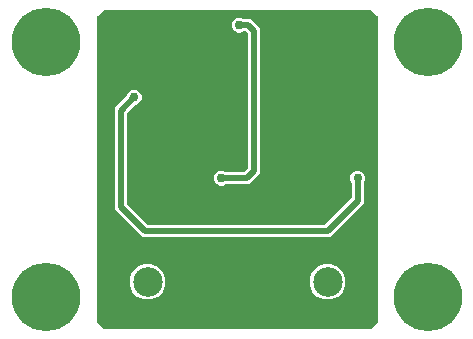
<source format=gbr>
G04 EAGLE Gerber RS-274X export*
G75*
%MOMM*%
%FSLAX34Y34*%
%LPD*%
%INBottom Copper*%
%IPPOS*%
%AMOC8*
5,1,8,0,0,1.08239X$1,22.5*%
G01*
%ADD10C,2.500000*%
%ADD11C,5.800000*%
%ADD12C,1.108000*%
%ADD13C,0.756400*%
%ADD14C,0.508000*%

G36*
X113038Y4574D02*
X113038Y4574D01*
X113045Y4573D01*
X113135Y4594D01*
X113227Y4612D01*
X113233Y4617D01*
X113241Y4619D01*
X113389Y4721D01*
X118469Y9801D01*
X118473Y9808D01*
X118479Y9812D01*
X118528Y9891D01*
X118580Y9968D01*
X118581Y9976D01*
X118585Y9983D01*
X118617Y10160D01*
X118617Y269240D01*
X118616Y269248D01*
X118617Y269255D01*
X118596Y269345D01*
X118578Y269437D01*
X118573Y269443D01*
X118571Y269451D01*
X118469Y269599D01*
X113389Y274679D01*
X113382Y274683D01*
X113378Y274689D01*
X113299Y274738D01*
X113222Y274790D01*
X113214Y274791D01*
X113207Y274795D01*
X113030Y274827D01*
X-113030Y274827D01*
X-113038Y274826D01*
X-113045Y274827D01*
X-113135Y274806D01*
X-113227Y274788D01*
X-113233Y274783D01*
X-113241Y274781D01*
X-113389Y274679D01*
X-118469Y269599D01*
X-118473Y269592D01*
X-118479Y269588D01*
X-118528Y269509D01*
X-118580Y269432D01*
X-118581Y269424D01*
X-118585Y269417D01*
X-118617Y269240D01*
X-118617Y10160D01*
X-118616Y10152D01*
X-118617Y10145D01*
X-118596Y10055D01*
X-118578Y9964D01*
X-118573Y9957D01*
X-118571Y9949D01*
X-118469Y9801D01*
X-113389Y4721D01*
X-113382Y4717D01*
X-113378Y4711D01*
X-113299Y4662D01*
X-113222Y4610D01*
X-113214Y4609D01*
X-113207Y4605D01*
X-113030Y4573D01*
X113030Y4573D01*
X113038Y4574D01*
G37*
%LPC*%
G36*
X-80845Y82549D02*
X-80845Y82549D01*
X-104141Y105845D01*
X-104141Y191335D01*
X-94101Y201374D01*
X-94097Y201381D01*
X-94091Y201385D01*
X-94042Y201464D01*
X-93990Y201541D01*
X-93989Y201549D01*
X-93985Y201555D01*
X-93953Y201733D01*
X-93953Y201918D01*
X-92990Y204242D01*
X-91212Y206020D01*
X-90058Y206498D01*
X-88888Y206983D01*
X-86372Y206983D01*
X-84048Y206020D01*
X-82270Y204242D01*
X-81307Y201918D01*
X-81307Y199402D01*
X-82270Y197078D01*
X-84048Y195300D01*
X-84147Y195259D01*
X-85371Y194752D01*
X-86372Y194337D01*
X-86557Y194337D01*
X-86565Y194336D01*
X-86573Y194337D01*
X-86663Y194316D01*
X-86754Y194298D01*
X-86760Y194293D01*
X-86768Y194291D01*
X-86916Y194189D01*
X-93831Y187274D01*
X-93835Y187267D01*
X-93841Y187263D01*
X-93890Y187184D01*
X-93942Y187107D01*
X-93943Y187099D01*
X-93947Y187093D01*
X-93979Y186915D01*
X-93979Y110265D01*
X-93978Y110257D01*
X-93979Y110249D01*
X-93958Y110159D01*
X-93940Y110068D01*
X-93935Y110062D01*
X-93933Y110054D01*
X-93831Y109906D01*
X-76784Y92859D01*
X-76777Y92855D01*
X-76773Y92849D01*
X-76694Y92800D01*
X-76617Y92748D01*
X-76609Y92747D01*
X-76603Y92743D01*
X-76425Y92711D01*
X73885Y92711D01*
X73893Y92712D01*
X73901Y92711D01*
X73991Y92732D01*
X74082Y92750D01*
X74088Y92755D01*
X74096Y92757D01*
X74244Y92859D01*
X96371Y114986D01*
X96375Y114993D01*
X96381Y114997D01*
X96430Y115076D01*
X96482Y115153D01*
X96483Y115161D01*
X96487Y115167D01*
X96519Y115345D01*
X96519Y128009D01*
X96518Y128017D01*
X96519Y128024D01*
X96498Y128114D01*
X96480Y128205D01*
X96475Y128212D01*
X96473Y128220D01*
X96371Y128368D01*
X96240Y128498D01*
X95277Y130822D01*
X95277Y133338D01*
X96240Y135662D01*
X98018Y137440D01*
X98191Y137512D01*
X98192Y137512D01*
X99416Y138019D01*
X100342Y138403D01*
X102858Y138403D01*
X105182Y137440D01*
X106960Y135662D01*
X107923Y133338D01*
X107923Y130822D01*
X106960Y128498D01*
X106829Y128368D01*
X106825Y128361D01*
X106819Y128356D01*
X106770Y128278D01*
X106718Y128201D01*
X106717Y128193D01*
X106713Y128186D01*
X106681Y128009D01*
X106681Y110925D01*
X78305Y82549D01*
X-80845Y82549D01*
G37*
%LPD*%
%LPC*%
G36*
X-15228Y125757D02*
X-15228Y125757D01*
X-17552Y126720D01*
X-19330Y128498D01*
X-20293Y130822D01*
X-20293Y133338D01*
X-19330Y135662D01*
X-17552Y137440D01*
X-17379Y137512D01*
X-17378Y137512D01*
X-16154Y138019D01*
X-15228Y138403D01*
X-12712Y138403D01*
X-10388Y137440D01*
X-10258Y137309D01*
X-10251Y137305D01*
X-10246Y137299D01*
X-10168Y137250D01*
X-10091Y137198D01*
X-10083Y137197D01*
X-10076Y137193D01*
X-9899Y137161D01*
X5305Y137161D01*
X5313Y137162D01*
X5321Y137161D01*
X5411Y137182D01*
X5502Y137200D01*
X5508Y137205D01*
X5516Y137207D01*
X5664Y137309D01*
X8741Y140386D01*
X8745Y140393D01*
X8751Y140397D01*
X8800Y140476D01*
X8852Y140553D01*
X8853Y140561D01*
X8857Y140567D01*
X8889Y140745D01*
X8889Y254225D01*
X8888Y254233D01*
X8889Y254241D01*
X8868Y254331D01*
X8850Y254422D01*
X8845Y254428D01*
X8843Y254436D01*
X8741Y254584D01*
X6934Y256391D01*
X6927Y256395D01*
X6923Y256401D01*
X6844Y256450D01*
X6767Y256502D01*
X6759Y256503D01*
X6753Y256507D01*
X6575Y256539D01*
X5341Y256539D01*
X5333Y256538D01*
X5326Y256539D01*
X5236Y256518D01*
X5145Y256500D01*
X5138Y256495D01*
X5130Y256493D01*
X4982Y256391D01*
X4852Y256260D01*
X4536Y256129D01*
X3312Y255622D01*
X3311Y255622D01*
X2528Y255297D01*
X12Y255297D01*
X-2312Y256260D01*
X-4090Y258038D01*
X-5053Y260362D01*
X-5053Y262878D01*
X-4090Y265202D01*
X-2312Y266980D01*
X-1376Y267368D01*
X-1375Y267368D01*
X-151Y267875D01*
X12Y267943D01*
X2528Y267943D01*
X4852Y266980D01*
X4982Y266849D01*
X4989Y266845D01*
X4994Y266839D01*
X5072Y266790D01*
X5149Y266738D01*
X5157Y266737D01*
X5164Y266733D01*
X5341Y266701D01*
X10995Y266701D01*
X19051Y258645D01*
X19051Y136325D01*
X9725Y126999D01*
X-9899Y126999D01*
X-9907Y126998D01*
X-9914Y126999D01*
X-10004Y126978D01*
X-10095Y126960D01*
X-10102Y126955D01*
X-10110Y126953D01*
X-10258Y126851D01*
X-10388Y126720D01*
X-11467Y126273D01*
X-12691Y125766D01*
X-12692Y125766D01*
X-12712Y125757D01*
X-15228Y125757D01*
G37*
%LPD*%
%LPC*%
G36*
X73208Y29409D02*
X73208Y29409D01*
X67680Y31699D01*
X63449Y35930D01*
X61159Y41458D01*
X61159Y47442D01*
X63449Y52970D01*
X67680Y57201D01*
X68079Y57366D01*
X68080Y57366D01*
X69304Y57874D01*
X70529Y58381D01*
X71753Y58888D01*
X72978Y59395D01*
X73208Y59491D01*
X79192Y59491D01*
X84720Y57201D01*
X88951Y52970D01*
X91241Y47442D01*
X91241Y41458D01*
X88951Y35930D01*
X84720Y31699D01*
X84040Y31417D01*
X82815Y30910D01*
X81591Y30403D01*
X80366Y29896D01*
X79192Y29409D01*
X73208Y29409D01*
G37*
%LPD*%
%LPC*%
G36*
X-79192Y29409D02*
X-79192Y29409D01*
X-84720Y31699D01*
X-88951Y35930D01*
X-91241Y41458D01*
X-91241Y47442D01*
X-88951Y52970D01*
X-84720Y57201D01*
X-84321Y57366D01*
X-84320Y57366D01*
X-83096Y57874D01*
X-81871Y58381D01*
X-80647Y58888D01*
X-79422Y59395D01*
X-79192Y59491D01*
X-73208Y59491D01*
X-67680Y57201D01*
X-63449Y52970D01*
X-61159Y47442D01*
X-61159Y41458D01*
X-63449Y35930D01*
X-67680Y31699D01*
X-68360Y31417D01*
X-69585Y30910D01*
X-70809Y30403D01*
X-72034Y29896D01*
X-73208Y29409D01*
X-79192Y29409D01*
G37*
%LPD*%
D10*
X-76200Y44450D03*
X-25400Y44450D03*
X25400Y44450D03*
X76200Y44450D03*
D11*
X-162560Y31750D03*
D12*
X-162560Y53750D03*
X-162560Y9750D03*
X-184560Y31750D03*
X-140560Y31750D03*
X-147060Y47250D03*
X-147060Y16250D03*
X-178060Y47250D03*
X-178060Y16250D03*
D11*
X-162560Y247650D03*
D12*
X-162560Y269650D03*
X-162560Y225650D03*
X-184560Y247650D03*
X-140560Y247650D03*
X-147060Y263150D03*
X-147060Y232150D03*
X-178060Y263150D03*
X-178060Y232150D03*
D11*
X161290Y31750D03*
D12*
X161290Y53750D03*
X161290Y9750D03*
X139290Y31750D03*
X183290Y31750D03*
X176790Y47250D03*
X176790Y16250D03*
X145790Y47250D03*
X145790Y16250D03*
D11*
X161290Y247650D03*
D12*
X161290Y269650D03*
X161290Y225650D03*
X139290Y247650D03*
X183290Y247650D03*
X176790Y263150D03*
X176790Y232150D03*
X145790Y263150D03*
X145790Y232150D03*
D13*
X-87630Y200660D03*
D14*
X-99060Y189230D01*
X-99060Y107950D01*
X-78740Y87630D01*
X76200Y87630D01*
X101600Y113030D01*
X101600Y132080D01*
D13*
X101600Y132080D03*
X1270Y261620D03*
D14*
X8890Y261620D02*
X13970Y256540D01*
X8890Y261620D02*
X1270Y261620D01*
X13970Y256540D02*
X13970Y138430D01*
X7620Y132080D01*
X-13970Y132080D01*
D13*
X-13970Y132080D03*
X-30480Y186690D03*
X-30480Y179070D03*
X-30480Y171450D03*
X-22860Y186690D03*
X-22860Y179070D03*
X-22860Y171450D03*
X-15240Y186690D03*
X-15240Y179070D03*
X-15240Y171450D03*
X-7620Y186690D03*
X-7620Y179070D03*
X-7620Y171450D03*
X-85090Y184150D03*
X-74930Y184150D03*
X-64770Y184150D03*
X-54610Y184150D03*
X-80010Y175260D03*
X-69850Y175260D03*
X-59690Y175260D03*
X-49530Y175260D03*
X-49530Y157480D03*
X-85090Y166370D03*
X-74930Y166370D03*
X-64770Y166370D03*
X-54610Y166370D03*
X-80010Y157480D03*
X-69850Y157480D03*
X-59690Y157480D03*
X-85090Y147320D03*
X-74930Y147320D03*
X-64770Y147320D03*
X-54610Y147320D03*
X52070Y116840D03*
X52070Y107950D03*
X52070Y99060D03*
X43180Y116840D03*
X43180Y107950D03*
X43180Y99060D03*
M02*

</source>
